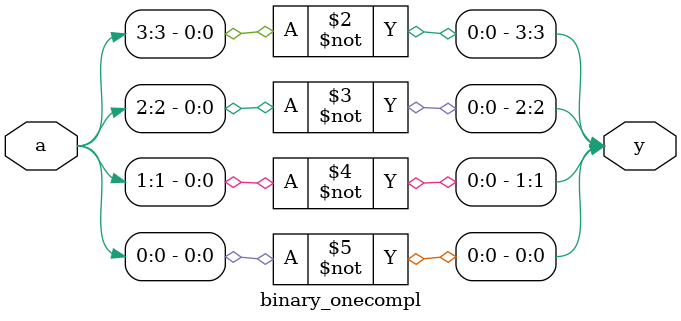
<source format=v>
module binary_onecompl(input[3:0]a,output reg [3:0]y);
  always@(*)begin
    y[3]=~a[3];
    y[2]=~a[2]; 
    y[1]=~a[1]; 
    y[0]=~a[0];
  end
endmodule 
</source>
